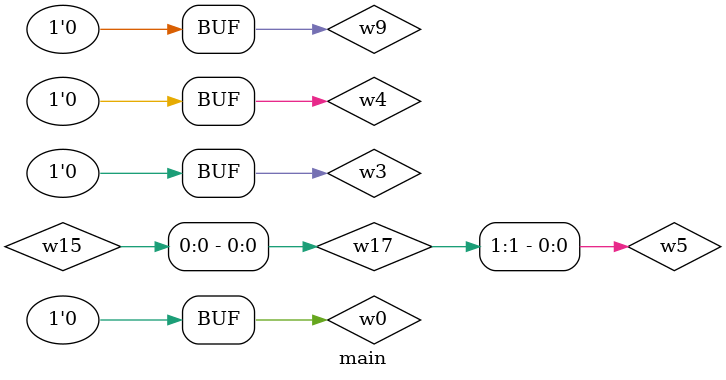
<source format=v>

`timescale 1ns/1ns

module main;    //: root_module
reg w6;    //: /sn:0 {0}(622,214)(622,153)(473,153){1}
//: {2}(469,153)(316,153){3}
//: {4}(312,153)(179,153){5}
//: {6}(175,153)(111,153)(111,153)(54,153){7}
//: {8}(177,155)(177,210){9}
//: {10}(314,155)(314,210){11}
//: {12}(471,155)(471,213){13}
supply0 w4;    //: /sn:0 {0}(502,199)(502,196)(481,196)(481,213){1}
supply0 w0;    //: /sn:0 {0}(187,210)(187,184)(203,184)(203,194){1}
supply0 w3;    //: /sn:0 {0}(340,195)(340,191)(324,191)(324,210){1}
supply0 w9;    //: /sn:0 {0}(662,197)(662,190)(632,190)(632,214){1}
wire w7;    //: /sn:0 {0}(335,231)(345,231){1}
wire w16;    //: /sn:0 {0}(276,219)(287,219)(287,226)(303,226){1}
wire w14;    //: /sn:0 {0}(570,227)(535,227)(535,176)(673,176){1}
//: {2}(675,174)(675,118)(304,118)(304,106){3}
//: {4}(675,178)(675,225)(643,225){5}
wire w15;    //: /sn:0 {0}(274,106)(274,123)(221,123)(221,219){1}
//: {2}(223,221)(255,221){3}
//: {4}(219,221)(198,221){5}
//: {6}(221,223)(221,256)(375,256){7}
wire w19;    //: /sn:0 {0}(396,254)(395,254)(395,253)(405,253){1}
//: {2}(409,253)(528,253){3}
//: {4}(407,251)(407,231)(415,231){5}
wire w21;    //: /sn:0 {0}(50,328)(117,328)(117,328)(180,328){1}
//: {2}(184,328)(317,328){3}
//: {4}(321,328)(474,328){5}
//: {6}(478,328)(627,328)(627,246){7}
//: {8}(476,326)(476,245){9}
//: {10}(319,326)(319,242){11}
//: {12}(182,326)(182,242){13}
wire w20;    //: /sn:0 {0}(591,230)(611,230){1}
wire w24;    //: /sn:0 {0}(549,251)(555,251)(555,232)(570,232){1}
wire w1;    //: /sn:0 {0}(198,231)(208,231)(208,261)(153,261)(153,226)(166,226){1}
wire w18;    //: /sn:0 {0}(643,235)(653,235){1}
wire [3:0] w17;    //: /sn:0 {0}(#:289,100)(289,73){1}
//: {2}(#:291,71)(331,71)(331,59){3}
//: {4}(287,71)(250,71)(250,59){5}
wire w11;    //: /sn:0 {0}(294,106)(294,126)(518,126)(518,172){1}
//: {2}(516,174)(405,174)(405,226)(415,226){3}
//: {4}(518,176)(518,222){5}
//: {6}(516,224)(492,224){7}
//: {8}(518,226)(518,248)(528,248){9}
wire w12;    //: /sn:0 {0}(436,229)(460,229){1}
wire w13;    //: /sn:0 {0}(492,234)(502,234){1}
wire w5;    //: /sn:0 {0}(335,221)(359,221){1}
//: {2}(361,219)(361,178){3}
//: {4}(361,174)(361,133)(284,133)(284,106){5}
//: {6}(359,176)(245,176)(245,216)(255,216){7}
//: {8}(361,223)(361,251)(375,251){9}
//: enddecls

  _GGCLOCK_P100_0_50 g4 (.Z(w21));   //: @(37,328) /sn:0 /w:[ 0 ] /omega:100 /phi:0 /duty:50
  //: GROUND g8 (w3) @(340,201) /sn:0 /w:[ 0 ]
  //: LED g13 (w17) @(250,52) /sn:0 /w:[ 5 ] /type:1
  //: GROUND g3 (w0) @(203,200) /sn:0 /w:[ 1 ]
  _GGFF #(10, 10, 20) g2 (.Q(w11), ._Q(w13), .D(w12), .EN(w4), .CLR(w6), .CK(w21));   //: @(476,229) /sn:0 /w:[ 7 0 1 1 13 9 ] /mi:0
  _GGFF #(10, 10, 20) g1 (.Q(w5), ._Q(w7), .D(w16), .EN(w3), .CLR(w6), .CK(w21));   //: @(319,226) /sn:0 /w:[ 0 0 1 1 11 11 ] /mi:0
  //: joint g11 (w21) @(182, 328) /w:[ 2 12 1 -1 ]
  //: joint g16 (w5) @(361, 176) /w:[ -1 4 6 3 ]
  //: joint g28 (w14) @(675, 176) /w:[ -1 2 1 4 ]
  _GGFF #(10, 10, 20) g10 (.Q(w14), ._Q(w18), .D(w20), .EN(w9), .CLR(w6), .CK(w21));   //: @(627,230) /sn:0 /w:[ 5 0 1 1 0 7 ] /mi:0
  //: joint g27 (w21) @(476, 328) /w:[ 6 8 5 -1 ]
  _GGAND2 #(6) g19 (.I0(w5), .I1(w15), .Z(w19));   //: @(386,254) /sn:0 /w:[ 9 7 0 ] /eb:0
  //: joint g6 (w6) @(177, 153) /w:[ 5 -1 6 8 ]
  //: comment LABEL_COUNTER @(10,84) /sn:0 /anc:1
  //: /line:"<p>Move switcher in logical 1"
  //: /line:"state to run"
  //: /line:"counter</p>"
  //: /end
  //: joint g7 (w6) @(314, 153) /w:[ 3 -1 4 10 ]
  //: GROUND g9 (w4) @(502,205) /sn:0 /w:[ 0 ]
  //: LED INDICATOR (w17) @(331,52) /sn:0 /w:[ 3 ] /type:2
  //: joint g31 (w17) @(289, 71) /w:[ 2 -1 4 1 ]
  _GGXOR2 #(8) g15 (.I0(w5), .I1(w15), .Z(w16));   //: @(266,219) /sn:0 /w:[ 7 3 0 ] /eb:0
  //: joint g20 (w5) @(361, 221) /w:[ -1 2 1 8 ]
  //: comment g39 @(20,12) /sn:0
  //: /line:"<a href=\"../index.v\">[НАЗАД]</a>"
  //: /end
  //: joint g29 (w6) @(471, 153) /w:[ 1 -1 2 12 ]
  //: joint g17 (w15) @(221, 221) /w:[ 2 1 4 6 ]
  //: joint g25 (w19) @(407, 253) /w:[ 2 4 1 -1 ]
  //: SWITCH g5 (w6) @(37,153) /sn:0 /w:[ 7 ] /st:1 /dn:0
  assign w17 = {w14, w11, w5, w15}; //: CONCAT g14  @(289,101) /sn:0 /R:1 /w:[ 0 3 0 5 0 ] /dr:1 /tp:0 /drp:1
  //: joint g21 (w11) @(518, 174) /w:[ -1 1 2 4 ]
  _GGXOR2 #(8) g24 (.I0(w14), .I1(w24), .Z(w20));   //: @(581,230) /sn:0 /w:[ 0 1 0 ] /eb:0
  //: GROUND g23 (w9) @(662,203) /sn:0 /w:[ 0 ]
  _GGFF #(10, 10, 20) g0 (.Q(w15), ._Q(w1), .D(w1), .EN(w0), .CLR(w6), .CK(w21));   //: @(182,226) /sn:0 /w:[ 5 0 1 0 9 13 ] /mi:0
  _GGAND2 #(6) g22 (.I0(w11), .I1(w19), .Z(w24));   //: @(539,251) /sn:0 /w:[ 9 3 0 ] /eb:0
  //: joint g26 (w11) @(518, 224) /w:[ -1 5 6 8 ]
  //: joint g12 (w21) @(319, 328) /w:[ 4 10 3 -1 ]
  _GGXOR2 #(8) g18 (.I0(w11), .I1(w19), .Z(w12));   //: @(426,229) /sn:0 /w:[ 3 5 0 ] /eb:0

endmodule
//: /netlistEnd


</source>
